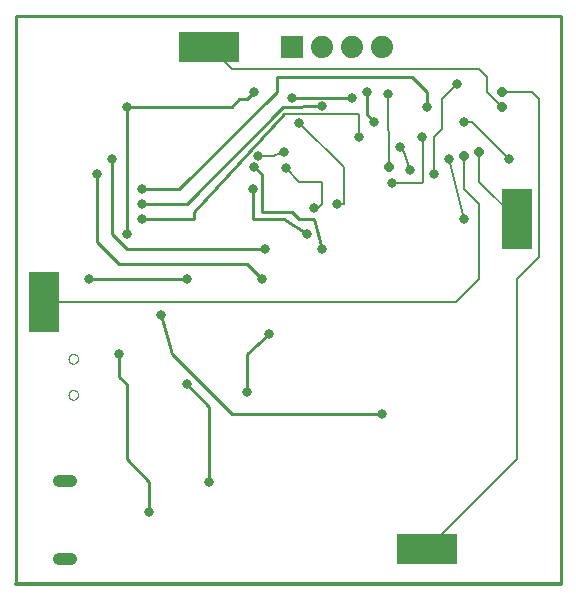
<source format=gbl>
G75*
%MOIN*%
%OFA0B0*%
%FSLAX25Y25*%
%IPPOS*%
%LPD*%
%AMOC8*
5,1,8,0,0,1.08239X$1,22.5*
%
%ADD10C,0.01000*%
%ADD11C,0.01200*%
%ADD12R,0.20000X0.10000*%
%ADD13R,0.10000X0.20000*%
%ADD14R,0.07400X0.07400*%
%ADD15C,0.07400*%
%ADD16C,0.00000*%
%ADD17C,0.04000*%
%ADD18C,0.03169*%
%ADD19C,0.00700*%
%ADD20C,0.00800*%
%ADD21OC8,0.03169*%
D10*
X0001600Y0001600D02*
X0001600Y0190950D01*
X0183450Y0190950D01*
X0183450Y0001600D01*
X0123726Y0058116D02*
X0073726Y0058116D01*
X0053726Y0078116D01*
X0049976Y0091116D01*
X0058726Y0103116D02*
X0026226Y0103116D01*
X0036226Y0108116D02*
X0078726Y0108116D01*
X0083726Y0103116D01*
X0084726Y0113116D02*
X0038726Y0113116D01*
X0033726Y0118116D01*
X0033726Y0143116D01*
X0028726Y0138116D02*
X0028726Y0115616D01*
X0036226Y0108116D01*
X0038726Y0118116D02*
X0038726Y0160616D01*
X0073726Y0160616D01*
X0076226Y0163116D01*
X0078726Y0163116D01*
X0081226Y0165616D01*
X0088726Y0165616D02*
X0088726Y0170616D01*
X0133726Y0170616D01*
X0138726Y0165616D01*
X0138726Y0160616D01*
X0121226Y0155616D02*
X0118726Y0158116D01*
X0118726Y0165616D01*
X0113726Y0163616D02*
X0093726Y0163616D01*
X0090726Y0160616D02*
X0103726Y0160866D01*
X0091226Y0158116D02*
X0061226Y0125616D01*
X0061226Y0123116D01*
X0043726Y0123116D01*
X0043726Y0128116D02*
X0058726Y0128116D01*
X0090726Y0160616D01*
X0088726Y0165616D02*
X0056226Y0133116D01*
X0043726Y0133116D01*
X0080726Y0133116D02*
X0080726Y0123116D01*
X0088726Y0123116D01*
X0091226Y0123116D01*
X0098726Y0118116D01*
X0096226Y0123116D02*
X0101226Y0123116D01*
X0103726Y0113116D01*
X0096226Y0123116D02*
X0093726Y0125616D01*
X0083726Y0125616D01*
X0083726Y0138116D01*
X0081226Y0140616D01*
X0086226Y0084866D02*
X0078726Y0078116D01*
X0078726Y0065616D01*
X0066226Y0060616D02*
X0058726Y0068116D01*
X0066226Y0060616D02*
X0066226Y0035616D01*
X0046226Y0035616D02*
X0046226Y0025616D01*
X0046226Y0035616D02*
X0038726Y0043116D01*
X0038726Y0068116D01*
X0036226Y0070616D01*
X0036226Y0078116D01*
D11*
X0001600Y0001600D02*
X0183450Y0001600D01*
D12*
X0138726Y0013116D03*
X0066226Y0180616D03*
D13*
X0011226Y0095616D03*
X0168726Y0123116D03*
D14*
X0093726Y0180616D03*
D15*
X0103726Y0180616D03*
X0113726Y0180616D03*
X0123726Y0180616D03*
D16*
X0019252Y0076616D02*
X0019254Y0076696D01*
X0019260Y0076775D01*
X0019270Y0076854D01*
X0019284Y0076933D01*
X0019301Y0077011D01*
X0019323Y0077088D01*
X0019348Y0077163D01*
X0019378Y0077237D01*
X0019410Y0077310D01*
X0019447Y0077381D01*
X0019487Y0077450D01*
X0019530Y0077517D01*
X0019577Y0077582D01*
X0019626Y0077644D01*
X0019679Y0077704D01*
X0019735Y0077761D01*
X0019793Y0077816D01*
X0019854Y0077867D01*
X0019918Y0077915D01*
X0019984Y0077960D01*
X0020052Y0078002D01*
X0020122Y0078040D01*
X0020194Y0078074D01*
X0020267Y0078105D01*
X0020342Y0078133D01*
X0020419Y0078156D01*
X0020496Y0078176D01*
X0020574Y0078192D01*
X0020653Y0078204D01*
X0020732Y0078212D01*
X0020812Y0078216D01*
X0020892Y0078216D01*
X0020972Y0078212D01*
X0021051Y0078204D01*
X0021130Y0078192D01*
X0021208Y0078176D01*
X0021285Y0078156D01*
X0021362Y0078133D01*
X0021437Y0078105D01*
X0021510Y0078074D01*
X0021582Y0078040D01*
X0021652Y0078002D01*
X0021720Y0077960D01*
X0021786Y0077915D01*
X0021850Y0077867D01*
X0021911Y0077816D01*
X0021969Y0077761D01*
X0022025Y0077704D01*
X0022078Y0077644D01*
X0022127Y0077582D01*
X0022174Y0077517D01*
X0022217Y0077450D01*
X0022257Y0077381D01*
X0022294Y0077310D01*
X0022326Y0077237D01*
X0022356Y0077163D01*
X0022381Y0077088D01*
X0022403Y0077011D01*
X0022420Y0076933D01*
X0022434Y0076854D01*
X0022444Y0076775D01*
X0022450Y0076696D01*
X0022452Y0076616D01*
X0022450Y0076536D01*
X0022444Y0076457D01*
X0022434Y0076378D01*
X0022420Y0076299D01*
X0022403Y0076221D01*
X0022381Y0076144D01*
X0022356Y0076069D01*
X0022326Y0075995D01*
X0022294Y0075922D01*
X0022257Y0075851D01*
X0022217Y0075782D01*
X0022174Y0075715D01*
X0022127Y0075650D01*
X0022078Y0075588D01*
X0022025Y0075528D01*
X0021969Y0075471D01*
X0021911Y0075416D01*
X0021850Y0075365D01*
X0021786Y0075317D01*
X0021720Y0075272D01*
X0021652Y0075230D01*
X0021582Y0075192D01*
X0021510Y0075158D01*
X0021437Y0075127D01*
X0021362Y0075099D01*
X0021285Y0075076D01*
X0021208Y0075056D01*
X0021130Y0075040D01*
X0021051Y0075028D01*
X0020972Y0075020D01*
X0020892Y0075016D01*
X0020812Y0075016D01*
X0020732Y0075020D01*
X0020653Y0075028D01*
X0020574Y0075040D01*
X0020496Y0075056D01*
X0020419Y0075076D01*
X0020342Y0075099D01*
X0020267Y0075127D01*
X0020194Y0075158D01*
X0020122Y0075192D01*
X0020052Y0075230D01*
X0019984Y0075272D01*
X0019918Y0075317D01*
X0019854Y0075365D01*
X0019793Y0075416D01*
X0019735Y0075471D01*
X0019679Y0075528D01*
X0019626Y0075588D01*
X0019577Y0075650D01*
X0019530Y0075715D01*
X0019487Y0075782D01*
X0019447Y0075851D01*
X0019410Y0075922D01*
X0019378Y0075995D01*
X0019348Y0076069D01*
X0019323Y0076144D01*
X0019301Y0076221D01*
X0019284Y0076299D01*
X0019270Y0076378D01*
X0019260Y0076457D01*
X0019254Y0076536D01*
X0019252Y0076616D01*
X0019252Y0064616D02*
X0019254Y0064696D01*
X0019260Y0064775D01*
X0019270Y0064854D01*
X0019284Y0064933D01*
X0019301Y0065011D01*
X0019323Y0065088D01*
X0019348Y0065163D01*
X0019378Y0065237D01*
X0019410Y0065310D01*
X0019447Y0065381D01*
X0019487Y0065450D01*
X0019530Y0065517D01*
X0019577Y0065582D01*
X0019626Y0065644D01*
X0019679Y0065704D01*
X0019735Y0065761D01*
X0019793Y0065816D01*
X0019854Y0065867D01*
X0019918Y0065915D01*
X0019984Y0065960D01*
X0020052Y0066002D01*
X0020122Y0066040D01*
X0020194Y0066074D01*
X0020267Y0066105D01*
X0020342Y0066133D01*
X0020419Y0066156D01*
X0020496Y0066176D01*
X0020574Y0066192D01*
X0020653Y0066204D01*
X0020732Y0066212D01*
X0020812Y0066216D01*
X0020892Y0066216D01*
X0020972Y0066212D01*
X0021051Y0066204D01*
X0021130Y0066192D01*
X0021208Y0066176D01*
X0021285Y0066156D01*
X0021362Y0066133D01*
X0021437Y0066105D01*
X0021510Y0066074D01*
X0021582Y0066040D01*
X0021652Y0066002D01*
X0021720Y0065960D01*
X0021786Y0065915D01*
X0021850Y0065867D01*
X0021911Y0065816D01*
X0021969Y0065761D01*
X0022025Y0065704D01*
X0022078Y0065644D01*
X0022127Y0065582D01*
X0022174Y0065517D01*
X0022217Y0065450D01*
X0022257Y0065381D01*
X0022294Y0065310D01*
X0022326Y0065237D01*
X0022356Y0065163D01*
X0022381Y0065088D01*
X0022403Y0065011D01*
X0022420Y0064933D01*
X0022434Y0064854D01*
X0022444Y0064775D01*
X0022450Y0064696D01*
X0022452Y0064616D01*
X0022450Y0064536D01*
X0022444Y0064457D01*
X0022434Y0064378D01*
X0022420Y0064299D01*
X0022403Y0064221D01*
X0022381Y0064144D01*
X0022356Y0064069D01*
X0022326Y0063995D01*
X0022294Y0063922D01*
X0022257Y0063851D01*
X0022217Y0063782D01*
X0022174Y0063715D01*
X0022127Y0063650D01*
X0022078Y0063588D01*
X0022025Y0063528D01*
X0021969Y0063471D01*
X0021911Y0063416D01*
X0021850Y0063365D01*
X0021786Y0063317D01*
X0021720Y0063272D01*
X0021652Y0063230D01*
X0021582Y0063192D01*
X0021510Y0063158D01*
X0021437Y0063127D01*
X0021362Y0063099D01*
X0021285Y0063076D01*
X0021208Y0063056D01*
X0021130Y0063040D01*
X0021051Y0063028D01*
X0020972Y0063020D01*
X0020892Y0063016D01*
X0020812Y0063016D01*
X0020732Y0063020D01*
X0020653Y0063028D01*
X0020574Y0063040D01*
X0020496Y0063056D01*
X0020419Y0063076D01*
X0020342Y0063099D01*
X0020267Y0063127D01*
X0020194Y0063158D01*
X0020122Y0063192D01*
X0020052Y0063230D01*
X0019984Y0063272D01*
X0019918Y0063317D01*
X0019854Y0063365D01*
X0019793Y0063416D01*
X0019735Y0063471D01*
X0019679Y0063528D01*
X0019626Y0063588D01*
X0019577Y0063650D01*
X0019530Y0063715D01*
X0019487Y0063782D01*
X0019447Y0063851D01*
X0019410Y0063922D01*
X0019378Y0063995D01*
X0019348Y0064069D01*
X0019323Y0064144D01*
X0019301Y0064221D01*
X0019284Y0064299D01*
X0019270Y0064378D01*
X0019260Y0064457D01*
X0019254Y0064536D01*
X0019252Y0064616D01*
D17*
X0020194Y0035858D02*
X0016194Y0035858D01*
X0016194Y0009874D02*
X0020194Y0009874D01*
D18*
X0046226Y0025616D03*
X0066226Y0035616D03*
X0078726Y0065616D03*
X0086226Y0084866D03*
X0083726Y0103116D03*
X0084726Y0113116D03*
X0098726Y0118116D03*
X0103726Y0113116D03*
X0100976Y0126866D03*
X0108726Y0128116D03*
X0091726Y0140116D03*
X0091226Y0145616D03*
X0082476Y0144366D03*
X0081226Y0140616D03*
X0080726Y0133116D03*
X0096226Y0155116D03*
X0093726Y0163616D03*
X0103726Y0160866D03*
X0113726Y0163616D03*
X0118726Y0165616D03*
X0125726Y0164866D03*
X0121226Y0155616D03*
X0116226Y0150616D03*
X0129726Y0147366D03*
X0137226Y0150616D03*
X0146226Y0143116D03*
X0141226Y0138116D03*
X0132976Y0139616D03*
X0127226Y0135366D03*
X0151226Y0123116D03*
X0166226Y0143116D03*
X0151226Y0155616D03*
X0148726Y0168116D03*
X0138726Y0160616D03*
X0081226Y0165616D03*
X0043726Y0133116D03*
X0043726Y0128116D03*
X0043726Y0123116D03*
X0038726Y0118116D03*
X0026226Y0103116D03*
X0049976Y0091116D03*
X0058726Y0103116D03*
X0036226Y0078116D03*
X0058726Y0068116D03*
X0123726Y0058116D03*
X0033726Y0143116D03*
X0028726Y0138116D03*
X0038726Y0160616D03*
D19*
X0091226Y0158116D02*
X0116226Y0158116D01*
X0116226Y0150616D01*
X0111226Y0140616D02*
X0096226Y0155116D01*
X0091726Y0140116D02*
X0096226Y0135616D01*
X0103726Y0135616D01*
X0103726Y0128116D01*
X0102476Y0126866D01*
X0100976Y0126866D01*
X0108726Y0128116D02*
X0111226Y0128116D01*
X0111226Y0140616D01*
X0127226Y0135366D02*
X0137226Y0135366D01*
X0137476Y0135616D01*
X0137476Y0149366D01*
X0137226Y0150616D01*
X0141226Y0150616D02*
X0143726Y0153116D01*
X0143726Y0163116D01*
X0148726Y0168116D01*
X0151226Y0155616D02*
X0153726Y0155616D01*
X0166226Y0143116D01*
X0146226Y0143116D02*
X0151226Y0123116D01*
X0141226Y0138116D02*
X0141226Y0150616D01*
X0131226Y0145616D02*
X0132976Y0139616D01*
X0131226Y0145616D02*
X0129726Y0147366D01*
D20*
X0126226Y0140616D02*
X0125726Y0164866D01*
X0151226Y0144366D02*
X0151226Y0133116D01*
X0156226Y0128116D01*
X0156226Y0105616D01*
X0156226Y0103366D01*
X0148476Y0095616D01*
X0011226Y0095616D01*
X0082476Y0144366D02*
X0087476Y0144366D01*
X0091226Y0145616D01*
X0078726Y0173116D02*
X0073726Y0173116D01*
X0066226Y0180616D01*
X0078726Y0173116D02*
X0156226Y0173116D01*
X0158726Y0170616D01*
X0158726Y0165616D01*
X0163726Y0160616D01*
X0163726Y0165616D02*
X0173726Y0165616D01*
X0176226Y0163116D01*
X0176226Y0110616D01*
X0168726Y0103116D01*
X0168726Y0043116D01*
X0138726Y0013116D01*
X0168726Y0123116D02*
X0156226Y0135616D01*
X0156226Y0145616D01*
D21*
X0156226Y0145616D03*
X0151226Y0144366D03*
X0163726Y0160616D03*
X0163726Y0165616D03*
X0126226Y0140616D03*
M02*

</source>
